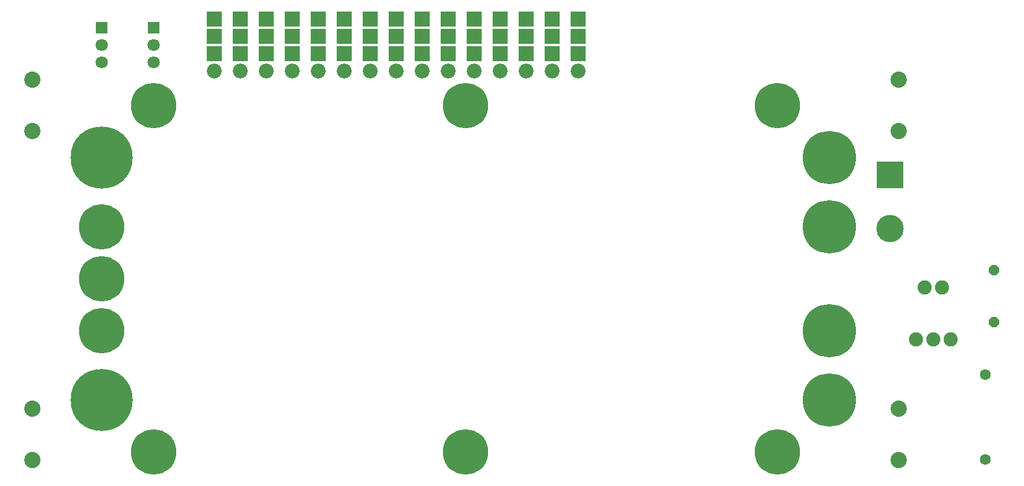
<source format=gbs>
G75*
G70*
%OFA0B0*%
%FSLAX24Y24*%
%IPPOS*%
%LPD*%
%AMOC8*
5,1,8,0,0,1.08239X$1,22.5*
%
%ADD10R,0.1580X0.1580*%
%ADD11C,0.1580*%
%ADD12C,0.0820*%
%ADD13C,0.0630*%
%ADD14C,0.3080*%
%ADD15C,0.3580*%
%ADD16C,0.2620*%
%ADD17OC8,0.0600*%
%ADD18C,0.0940*%
%ADD19C,0.0860*%
%ADD20R,0.0860X0.0860*%
%ADD21R,0.0710X0.0710*%
%ADD22C,0.0710*%
D10*
X052101Y018101D03*
D11*
X052101Y014996D03*
D12*
X054101Y011601D03*
X055101Y011601D03*
X055601Y008601D03*
X054601Y008601D03*
X053601Y008601D03*
D13*
X057601Y006561D03*
X057601Y001640D03*
D14*
X048601Y005101D03*
X048601Y009101D03*
X048601Y015101D03*
X048601Y019101D03*
D15*
X006601Y019101D03*
X006601Y005101D03*
D16*
X009601Y002101D03*
X006601Y009101D03*
X006601Y012101D03*
X006601Y015101D03*
X009601Y022101D03*
X027601Y022101D03*
X045601Y022101D03*
X045601Y002101D03*
X027601Y002101D03*
D17*
X058101Y009601D03*
X058101Y012601D03*
D18*
X002601Y001624D03*
X002601Y004577D03*
X002601Y020624D03*
X002601Y023577D03*
X052601Y023577D03*
X052601Y020624D03*
X052601Y004577D03*
X052601Y001624D03*
D19*
X034101Y024101D03*
X032601Y024101D03*
X031101Y024101D03*
X029601Y024101D03*
X028101Y024101D03*
X026601Y024101D03*
X025101Y024101D03*
X023601Y024101D03*
X022101Y024101D03*
X020601Y024101D03*
X019101Y024101D03*
X017601Y024101D03*
X016101Y024101D03*
X014601Y024101D03*
X013101Y024101D03*
D20*
X013101Y025101D03*
X013101Y026101D03*
X014601Y026101D03*
X016101Y026101D03*
X017601Y026101D03*
X019101Y026101D03*
X020601Y026101D03*
X020601Y025101D03*
X019101Y025101D03*
X017601Y025101D03*
X016101Y025101D03*
X014601Y025101D03*
X014601Y027101D03*
X016101Y027101D03*
X017601Y027101D03*
X019101Y027101D03*
X020601Y027101D03*
X022101Y027101D03*
X023601Y027101D03*
X025101Y027101D03*
X026601Y027101D03*
X028101Y027101D03*
X029601Y027101D03*
X031101Y027101D03*
X032601Y027101D03*
X034101Y027101D03*
X034101Y026101D03*
X034101Y025101D03*
X032601Y025101D03*
X031101Y025101D03*
X031101Y026101D03*
X032601Y026101D03*
X029601Y026101D03*
X028101Y026101D03*
X028101Y025101D03*
X029601Y025101D03*
X026601Y025101D03*
X025101Y025101D03*
X025101Y026101D03*
X026601Y026101D03*
X023601Y026101D03*
X022101Y026101D03*
X022101Y025101D03*
X023601Y025101D03*
X013101Y027101D03*
D21*
X009601Y026601D03*
X006601Y026601D03*
D22*
X006601Y025601D03*
X006601Y024601D03*
X009601Y024601D03*
X009601Y025601D03*
M02*

</source>
